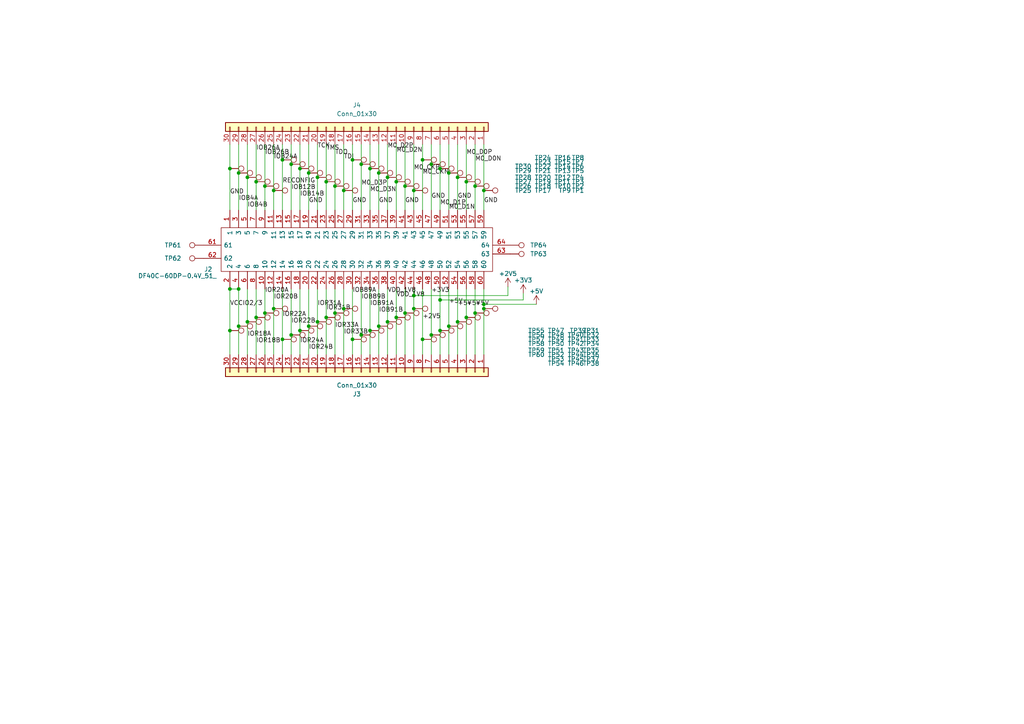
<source format=kicad_sch>
(kicad_sch (version 20230121) (generator eeschema)
  (paper "A4")
  (lib_symbols
    (symbol "Connector:TestPoint" (pin_numbers hide) (pin_names (offset 0.762) hide)
      (property "Reference" "TP" (at 0 6.858 0))
      (property "Value" "TestPoint" (at 0 5.08 0))
      (symbol "TestPoint_0_1"
        (circle (center 0 3.302) (radius 0.762))
      )
      (symbol "TestPoint_1_1"
        (pin passive line (at 0 0 90) (length 2.54) (name "1") (number "1"))
      )
    )
    (symbol "Connector_Generic:Conn_01x30" (pin_names (offset 1.016) hide)
      (property "Reference" "J" (at 0 38.1 0))
      (property "Value" "Conn_01x30" (at 0 -40.64 0))
      (symbol "Conn_01x30_1_1"
        (rectangle (start -1.27 -37.973) (end 0 -38.227) (stroke (width 0.1524)))
        (rectangle (start -1.27 -35.433) (end 0 -35.687) (stroke (width 0.1524)))
        (rectangle (start -1.27 -32.893) (end 0 -33.147) (stroke (width 0.1524)))
        (rectangle (start -1.27 -30.353) (end 0 -30.607) (stroke (width 0.1524)))
        (rectangle (start -1.27 -27.813) (end 0 -28.067) (stroke (width 0.1524)))
        (rectangle (start -1.27 -25.273) (end 0 -25.527) (stroke (width 0.1524)))
        (rectangle (start -1.27 -22.733) (end 0 -22.987) (stroke (width 0.1524)))
        (rectangle (start -1.27 -20.193) (end 0 -20.447) (stroke (width 0.1524)))
        (rectangle (start -1.27 -17.653) (end 0 -17.907) (stroke (width 0.1524)))
        (rectangle (start -1.27 -15.113) (end 0 -15.367) (stroke (width 0.1524)))
        (rectangle (start -1.27 -12.573) (end 0 -12.827) (stroke (width 0.1524)))
        (rectangle (start -1.27 -10.033) (end 0 -10.287) (stroke (width 0.1524)))
        (rectangle (start -1.27 -7.493) (end 0 -7.747) (stroke (width 0.1524)))
        (rectangle (start -1.27 -4.953) (end 0 -5.207) (stroke (width 0.1524)))
        (rectangle (start -1.27 -2.413) (end 0 -2.667) (stroke (width 0.1524)))
        (rectangle (start -1.27 0.127) (end 0 -0.127) (stroke (width 0.1524)))
        (rectangle (start -1.27 2.667) (end 0 2.413) (stroke (width 0.1524)))
        (rectangle (start -1.27 5.207) (end 0 4.953) (stroke (width 0.1524)))
        (rectangle (start -1.27 7.747) (end 0 7.493) (stroke (width 0.1524)))
        (rectangle (start -1.27 10.287) (end 0 10.033) (stroke (width 0.1524)))
        (rectangle (start -1.27 12.827) (end 0 12.573) (stroke (width 0.1524)))
        (rectangle (start -1.27 15.367) (end 0 15.113) (stroke (width 0.1524)))
        (rectangle (start -1.27 17.907) (end 0 17.653) (stroke (width 0.1524)))
        (rectangle (start -1.27 20.447) (end 0 20.193) (stroke (width 0.1524)))
        (rectangle (start -1.27 22.987) (end 0 22.733) (stroke (width 0.1524)))
        (rectangle (start -1.27 25.527) (end 0 25.273) (stroke (width 0.1524)))
        (rectangle (start -1.27 28.067) (end 0 27.813) (stroke (width 0.1524)))
        (rectangle (start -1.27 30.607) (end 0 30.353) (stroke (width 0.1524)))
        (rectangle (start -1.27 33.147) (end 0 32.893) (stroke (width 0.1524)))
        (rectangle (start -1.27 35.687) (end 0 35.433) (stroke (width 0.1524)))
        (rectangle (start -1.27 36.83) (end 1.27 -39.37) (stroke (width 0.254)) (fill (type background)))
        (pin passive line (at -5.08 35.56 0) (length 3.81) (name "Pin_1") (number "1"))
        (pin passive line (at -5.08 12.7 0) (length 3.81) (name "Pin_10") (number "10"))
        (pin passive line (at -5.08 10.16 0) (length 3.81) (name "Pin_11") (number "11"))
        (pin passive line (at -5.08 7.62 0) (length 3.81) (name "Pin_12") (number "12"))
        (pin passive line (at -5.08 5.08 0) (length 3.81) (name "Pin_13") (number "13"))
        (pin passive line (at -5.08 2.54 0) (length 3.81) (name "Pin_14") (number "14"))
        (pin passive line (at -5.08 0 0) (length 3.81) (name "Pin_15") (number "15"))
        (pin passive line (at -5.08 -2.54 0) (length 3.81) (name "Pin_16") (number "16"))
        (pin passive line (at -5.08 -5.08 0) (length 3.81) (name "Pin_17") (number "17"))
        (pin passive line (at -5.08 -7.62 0) (length 3.81) (name "Pin_18") (number "18"))
        (pin passive line (at -5.08 -10.16 0) (length 3.81) (name "Pin_19") (number "19"))
        (pin passive line (at -5.08 33.02 0) (length 3.81) (name "Pin_2") (number "2"))
        (pin passive line (at -5.08 -12.7 0) (length 3.81) (name "Pin_20") (number "20"))
        (pin passive line (at -5.08 -15.24 0) (length 3.81) (name "Pin_21") (number "21"))
        (pin passive line (at -5.08 -17.78 0) (length 3.81) (name "Pin_22") (number "22"))
        (pin passive line (at -5.08 -20.32 0) (length 3.81) (name "Pin_23") (number "23"))
        (pin passive line (at -5.08 -22.86 0) (length 3.81) (name "Pin_24") (number "24"))
        (pin passive line (at -5.08 -25.4 0) (length 3.81) (name "Pin_25") (number "25"))
        (pin passive line (at -5.08 -27.94 0) (length 3.81) (name "Pin_26") (number "26"))
        (pin passive line (at -5.08 -30.48 0) (length 3.81) (name "Pin_27") (number "27"))
        (pin passive line (at -5.08 -33.02 0) (length 3.81) (name "Pin_28") (number "28"))
        (pin passive line (at -5.08 -35.56 0) (length 3.81) (name "Pin_29") (number "29"))
        (pin passive line (at -5.08 30.48 0) (length 3.81) (name "Pin_3") (number "3"))
        (pin passive line (at -5.08 -38.1 0) (length 3.81) (name "Pin_30") (number "30"))
        (pin passive line (at -5.08 27.94 0) (length 3.81) (name "Pin_4") (number "4"))
        (pin passive line (at -5.08 25.4 0) (length 3.81) (name "Pin_5") (number "5"))
        (pin passive line (at -5.08 22.86 0) (length 3.81) (name "Pin_6") (number "6"))
        (pin passive line (at -5.08 20.32 0) (length 3.81) (name "Pin_7") (number "7"))
        (pin passive line (at -5.08 17.78 0) (length 3.81) (name "Pin_8") (number "8"))
        (pin passive line (at -5.08 15.24 0) (length 3.81) (name "Pin_9") (number "9"))
      )
    )
    (symbol "power:+2V5" (power) (pin_names (offset 0))
      (property "Value" "+2V5" (at 0 3.556 0))
      (symbol "+2V5_0_1"
        (polyline (pts (xy -0.762 1.27) (xy 0 2.54)))
        (polyline (pts (xy 0 0) (xy 0 2.54)))
        (polyline (pts (xy 0 2.54) (xy 0.762 1.27)))
      )
      (symbol "+2V5_1_1"
        (pin power_in line (at 0 0 90) (length 0) hide (name "+2V5") (number "1"))
      )
    )
    (symbol "power:+3V3" (power) (pin_names (offset 0))
      (property "Value" "+3V3" (at 0 3.556 0))
      (symbol "+3V3_0_1"
        (polyline (pts (xy -0.762 1.27) (xy 0 2.54)))
        (polyline (pts (xy 0 0) (xy 0 2.54)))
        (polyline (pts (xy 0 2.54) (xy 0.762 1.27)))
      )
      (symbol "+3V3_1_1"
        (pin power_in line (at 0 0 90) (length 0) hide (name "+3V3") (number "1"))
      )
    )
    (symbol "power:+5V" (power) (pin_names (offset 0))
      (property "Value" "+5V" (at 0 3.556 0))
      (symbol "+5V_0_1"
        (polyline (pts (xy -0.762 1.27) (xy 0 2.54)))
        (polyline (pts (xy 0 0) (xy 0 2.54)))
        (polyline (pts (xy 0 2.54) (xy 0.762 1.27)))
      )
      (symbol "+5V_1_1"
        (pin power_in line (at 0 0 90) (length 0) hide (name "+5V") (number "1"))
      )
    )
    (symbol "samacsys:DF40C-60DP-0.4V_51_" (pin_names (offset 0.762))
      (property "Reference" "J2" (at 16.51 -78.74 90))
      (property "Value" "DF40C-60DP-0.4V_51_" (at 19.05 -77.47 90))
      (symbol "DF40C-60DP-0.4V_51__0_1"
        (polyline (pts (xy 5.08 2.54) (xy 17.78 2.54) (xy 17.78 -76.2) (xy 5.08 -76.2) (xy 5.08 2.54)) (stroke (width 0.1524)))
      )
      (symbol "DF40C-60DP-0.4V_51__1_0"
        (pin passive line (at 0 -73.66 0) (length 5.08) (name "1") (number "1"))
        (pin passive line (at 22.86 -63.5 180) (length 5.08) (name "10") (number "10"))
        (pin passive line (at 0 -60.96 0) (length 5.08) (name "11") (number "11"))
        (pin passive line (at 22.86 -60.96 180) (length 5.08) (name "12") (number "12"))
        (pin passive line (at 0 -58.42 0) (length 5.08) (name "13") (number "13"))
        (pin passive line (at 22.86 -58.42 180) (length 5.08) (name "14") (number "14"))
        (pin passive line (at 0 -55.88 0) (length 5.08) (name "15") (number "15"))
        (pin passive line (at 22.86 -55.88 180) (length 5.08) (name "16") (number "16"))
        (pin passive line (at 0 -53.34 0) (length 5.08) (name "17") (number "17"))
        (pin passive line (at 22.86 -53.34 180) (length 5.08) (name "18") (number "18"))
        (pin passive line (at 0 -50.8 0) (length 5.08) (name "19") (number "19"))
        (pin passive line (at 22.86 -73.66 180) (length 5.08) (name "2") (number "2"))
        (pin passive line (at 22.86 -50.8 180) (length 5.08) (name "20") (number "20"))
        (pin passive line (at 0 -48.26 0) (length 5.08) (name "21") (number "21"))
        (pin passive line (at 22.86 -48.26 180) (length 5.08) (name "22") (number "22"))
        (pin passive line (at 0 -45.72 0) (length 5.08) (name "23") (number "23"))
        (pin passive line (at 22.86 -45.72 180) (length 5.08) (name "24") (number "24"))
        (pin passive line (at 0 -43.18 0) (length 5.08) (name "25") (number "25"))
        (pin passive line (at 22.86 -43.18 180) (length 5.08) (name "26") (number "26"))
        (pin passive line (at 0 -40.64 0) (length 5.08) (name "27") (number "27"))
        (pin passive line (at 22.86 -40.64 180) (length 5.08) (name "28") (number "28"))
        (pin passive line (at 0 -38.1 0) (length 5.08) (name "29") (number "29"))
        (pin passive line (at 0 -71.12 0) (length 5.08) (name "3") (number "3"))
        (pin passive line (at 22.86 -38.1 180) (length 5.08) (name "30") (number "30"))
        (pin passive line (at 0 -35.56 0) (length 5.08) (name "31") (number "31"))
        (pin passive line (at 22.86 -35.56 180) (length 5.08) (name "32") (number "32"))
        (pin passive line (at 0 -33.02 0) (length 5.08) (name "33") (number "33"))
        (pin passive line (at 22.86 -33.02 180) (length 5.08) (name "34") (number "34"))
        (pin passive line (at 0 -30.48 0) (length 5.08) (name "35") (number "35"))
        (pin passive line (at 22.86 -30.48 180) (length 5.08) (name "36") (number "36"))
        (pin passive line (at 0 -27.94 0) (length 5.08) (name "37") (number "37"))
        (pin passive line (at 22.86 -27.94 180) (length 5.08) (name "38") (number "38"))
        (pin passive line (at 0 -25.4 0) (length 5.08) (name "39") (number "39"))
        (pin passive line (at 22.86 -71.12 180) (length 5.08) (name "4") (number "4"))
        (pin passive line (at 22.86 -25.4 180) (length 5.08) (name "40") (number "40"))
        (pin passive line (at 0 -22.86 0) (length 5.08) (name "41") (number "41"))
        (pin passive line (at 22.86 -22.86 180) (length 5.08) (name "42") (number "42"))
        (pin passive line (at 0 -20.32 0) (length 5.08) (name "43") (number "43"))
        (pin passive line (at 22.86 -20.32 180) (length 5.08) (name "44") (number "44"))
        (pin passive line (at 0 -17.78 0) (length 5.08) (name "45") (number "45"))
        (pin passive line (at 22.86 -17.78 180) (length 5.08) (name "46") (number "46"))
        (pin passive line (at 0 -15.24 0) (length 5.08) (name "47") (number "47"))
        (pin passive line (at 22.86 -15.24 180) (length 5.08) (name "48") (number "48"))
        (pin passive line (at 0 -12.7 0) (length 5.08) (name "49") (number "49"))
        (pin passive line (at 0 -68.58 0) (length 5.08) (name "5") (number "5"))
        (pin passive line (at 22.86 -12.7 180) (length 5.08) (name "50") (number "50"))
        (pin passive line (at 0 -10.16 0) (length 5.08) (name "51") (number "51"))
        (pin passive line (at 22.86 -10.16 180) (length 5.08) (name "52") (number "52"))
        (pin passive line (at 0 -7.62 0) (length 5.08) (name "53") (number "53"))
        (pin passive line (at 22.86 -7.62 180) (length 5.08) (name "54") (number "54"))
        (pin passive line (at 0 -5.08 0) (length 5.08) (name "55") (number "55"))
        (pin passive line (at 22.86 -5.08 180) (length 5.08) (name "56") (number "56"))
        (pin passive line (at 0 -2.54 0) (length 5.08) (name "57") (number "57"))
        (pin passive line (at 22.86 -2.54 180) (length 5.08) (name "58") (number "58"))
        (pin passive line (at 0 0 0) (length 5.08) (name "59") (number "59"))
        (pin passive line (at 22.86 -68.58 180) (length 5.08) (name "6") (number "6"))
        (pin passive line (at 22.86 0 180) (length 5.08) (name "60") (number "60"))
        (pin passive line (at 10.16 -81.28 90) (length 5.08) (name "61") (number "61"))
        (pin passive line (at 13.97 -81.28 90) (length 5.08) (name "62") (number "62"))
        (pin passive line (at 12.7 7.62 270) (length 5.08) (name "63") (number "63"))
        (pin passive line (at 10.16 7.62 270) (length 5.08) (name "64") (number "64"))
        (pin passive line (at 0 -66.04 0) (length 5.08) (name "7") (number "7"))
        (pin passive line (at 22.86 -66.04 180) (length 5.08) (name "8") (number "8"))
        (pin passive line (at 0 -63.5 0) (length 5.08) (name "9") (number "9"))
      )
    )
  )
  (junction (at 66.675 95.885))
  (junction (at 127.635 48.895))
  (junction (at 102.235 98.425))
  (junction (at 71.755 93.345))
  (junction (at 97.155 90.805))
  (junction (at 99.695 89.535))
  (junction (at 132.715 93.345))
  (junction (at 107.315 48.895))
  (junction (at 94.615 92.075))
  (junction (at 86.995 95.885))
  (junction (at 137.795 90.805))
  (junction (at 66.675 48.895))
  (junction (at 125.095 97.155))
  (junction (at 71.755 51.435))
  (junction (at 109.855 94.615))
  (junction (at 92.075 51.435))
  (junction (at 137.795 53.975))
  (junction (at 79.375 55.245))
  (junction (at 127.635 95.885))
  (junction (at 107.315 95.885))
  (junction (at 86.995 48.895))
  (junction (at 104.775 47.625))
  (junction (at 135.255 52.705))
  (junction (at 79.375 89.535))
  (junction (at 84.455 47.625))
  (junction (at 69.215 94.615))
  (junction (at 122.555 46.355))
  (junction (at 102.235 46.355))
  (junction (at 97.155 53.975))
  (junction (at 114.935 52.705))
  (junction (at 81.915 98.425))
  (junction (at 89.535 94.615))
  (junction (at 99.695 55.245))
  (junction (at 130.175 94.615))
  (junction (at 74.295 92.075))
  (junction (at 76.835 90.805))
  (junction (at 120.015 55.245))
  (junction (at 117.475 90.805))
  (junction (at 120.015 89.535))
  (junction (at 140.335 55.245))
  (junction (at 125.095 47.625))
  (junction (at 127.635 86.995))
  (junction (at 66.675 83.82))
  (junction (at 112.395 93.345))
  (junction (at 74.295 52.705))
  (junction (at 130.175 50.165))
  (junction (at 132.715 51.435))
  (junction (at 81.915 46.355))
  (junction (at 140.335 89.535))
  (junction (at 120.015 85.725))
  (junction (at 76.835 53.975))
  (junction (at 69.215 83.82))
  (junction (at 92.075 93.345))
  (junction (at 94.615 52.705))
  (junction (at 109.855 50.165))
  (junction (at 89.535 50.165))
  (junction (at 112.395 51.435))
  (junction (at 84.455 97.155))
  (junction (at 104.775 97.155))
  (junction (at 69.215 50.165))
  (junction (at 117.475 53.975))
  (junction (at 114.935 92.075))
  (junction (at 140.335 88.265))
  (junction (at 135.255 92.075))
  (junction (at 122.555 98.425))
  (wire (pts (xy 130.175 50.165) (xy 130.175 60.96)))
  (wire (pts (xy 117.475 41.91) (xy 117.475 53.975)))
  (wire (pts (xy 114.935 83.82) (xy 114.935 92.075)))
  (wire (pts (xy 92.075 60.96) (xy 92.075 51.435)))
  (wire (pts (xy 84.455 102.87) (xy 84.455 97.155)))
  (wire (pts (xy 94.615 41.91) (xy 94.615 52.705)))
  (wire (pts (xy 112.395 83.82) (xy 112.395 93.345)))
  (wire (pts (xy 127.635 102.87) (xy 127.635 95.885)))
  (wire (pts (xy 147.32 85.725) (xy 147.32 83.185)))
  (wire (pts (xy 76.835 102.87) (xy 76.835 90.805)))
  (wire (pts (xy 112.395 102.87) (xy 112.395 93.345)))
  (wire (pts (xy 127.635 41.91) (xy 127.635 48.895)))
  (wire (pts (xy 137.795 102.87) (xy 137.795 90.805)))
  (wire (pts (xy 94.615 83.82) (xy 94.615 92.075)))
  (wire (pts (xy 120.015 41.91) (xy 120.015 55.245)))
  (wire (pts (xy 89.535 41.91) (xy 89.535 50.165)))
  (wire (pts (xy 132.715 41.91) (xy 132.715 51.435)))
  (wire (pts (xy 120.015 102.87) (xy 120.015 89.535)))
  (wire (pts (xy 132.715 102.87) (xy 132.715 93.345)))
  (wire (pts (xy 89.535 50.165) (xy 89.535 60.96)))
  (wire (pts (xy 104.775 41.91) (xy 104.775 47.625)))
  (wire (pts (xy 125.095 102.87) (xy 125.095 97.155)))
  (wire (pts (xy 97.155 102.87) (xy 97.155 90.805)))
  (wire (pts (xy 71.755 41.91) (xy 71.755 51.435)))
  (wire (pts (xy 84.455 41.91) (xy 84.455 47.625)))
  (wire (pts (xy 117.475 53.975) (xy 117.475 60.96)))
  (wire (pts (xy 112.395 41.91) (xy 112.395 51.435)))
  (wire (pts (xy 122.555 83.82) (xy 122.555 98.425)))
  (wire (pts (xy 74.295 60.96) (xy 74.295 52.705)))
  (wire (pts (xy 114.935 41.91) (xy 114.935 52.705)))
  (wire (pts (xy 71.755 83.82) (xy 71.755 93.345)))
  (wire (pts (xy 86.995 41.91) (xy 86.995 48.895)))
  (wire (pts (xy 122.555 41.91) (xy 122.555 46.355)))
  (wire (pts (xy 135.255 83.82) (xy 135.255 92.075)))
  (wire (pts (xy 89.535 102.87) (xy 89.535 94.615)))
  (wire (pts (xy 107.315 102.87) (xy 107.315 95.885)))
  (wire (pts (xy 84.455 83.82) (xy 84.455 97.155)))
  (wire (pts (xy 69.215 83.82) (xy 69.215 94.615)))
  (wire (pts (xy 102.235 102.87) (xy 102.235 98.425)))
  (wire (pts (xy 79.375 41.91) (xy 79.375 55.245)))
  (wire (pts (xy 120.015 60.96) (xy 120.015 55.245)))
  (wire (pts (xy 114.935 102.87) (xy 114.935 92.075)))
  (wire (pts (xy 66.675 83.82) (xy 69.215 83.82)))
  (wire (pts (xy 122.555 46.355) (xy 122.555 60.96)))
  (wire (pts (xy 137.795 83.82) (xy 137.795 90.805)))
  (wire (pts (xy 109.855 102.87) (xy 109.855 94.615)))
  (wire (pts (xy 127.635 83.82) (xy 127.635 86.995)))
  (wire (pts (xy 107.315 83.82) (xy 107.315 95.885)))
  (wire (pts (xy 135.255 41.91) (xy 135.255 52.705)))
  (wire (pts (xy 94.615 60.96) (xy 94.615 52.705)))
  (wire (pts (xy 86.995 83.82) (xy 86.995 95.885)))
  (wire (pts (xy 66.675 48.895) (xy 66.675 60.96)))
  (wire (pts (xy 76.835 83.82) (xy 76.835 90.805)))
  (wire (pts (xy 84.455 47.625) (xy 84.455 60.96)))
  (wire (pts (xy 92.075 102.87) (xy 92.075 93.345)))
  (wire (pts (xy 74.295 102.87) (xy 74.295 92.075)))
  (wire (pts (xy 99.695 83.82) (xy 99.695 89.535)))
  (wire (pts (xy 127.635 86.995) (xy 151.765 86.995)))
  (wire (pts (xy 99.695 60.96) (xy 99.695 55.245)))
  (wire (pts (xy 86.995 102.87) (xy 86.995 95.885)))
  (wire (pts (xy 120.015 83.82) (xy 120.015 85.725)))
  (wire (pts (xy 112.395 60.96) (xy 112.395 51.435)))
  (wire (pts (xy 92.075 41.91) (xy 92.075 51.435)))
  (wire (pts (xy 97.155 41.91) (xy 97.155 53.975)))
  (wire (pts (xy 125.095 41.91) (xy 125.095 47.625)))
  (wire (pts (xy 140.335 83.82) (xy 140.335 88.265)))
  (wire (pts (xy 132.715 83.82) (xy 132.715 93.345)))
  (wire (pts (xy 117.475 102.87) (xy 117.475 90.805)))
  (wire (pts (xy 69.215 102.87) (xy 69.215 94.615)))
  (wire (pts (xy 125.095 60.96) (xy 125.095 47.625)))
  (wire (pts (xy 76.835 60.96) (xy 76.835 53.975)))
  (wire (pts (xy 66.675 83.82) (xy 66.675 95.885)))
  (wire (pts (xy 122.555 102.87) (xy 122.555 98.425)))
  (wire (pts (xy 97.155 60.96) (xy 97.155 53.975)))
  (wire (pts (xy 86.995 48.895) (xy 86.995 60.96)))
  (wire (pts (xy 104.775 47.625) (xy 104.775 60.96)))
  (wire (pts (xy 74.295 83.82) (xy 74.295 92.075)))
  (wire (pts (xy 81.915 41.91) (xy 81.915 46.355)))
  (wire (pts (xy 99.695 102.87) (xy 99.695 89.535)))
  (wire (pts (xy 137.795 60.96) (xy 137.795 53.975)))
  (wire (pts (xy 127.635 48.895) (xy 127.635 60.96)))
  (wire (pts (xy 130.175 83.82) (xy 130.175 94.615)))
  (wire (pts (xy 79.375 60.96) (xy 79.375 55.245)))
  (wire (pts (xy 140.335 88.265) (xy 155.575 88.265)))
  (wire (pts (xy 97.155 83.82) (xy 97.155 90.805)))
  (wire (pts (xy 71.755 102.87) (xy 71.755 93.345)))
  (wire (pts (xy 140.335 88.265) (xy 140.335 89.535)))
  (wire (pts (xy 109.855 41.91) (xy 109.855 50.165)))
  (wire (pts (xy 107.315 48.895) (xy 107.315 60.96)))
  (wire (pts (xy 120.015 85.725) (xy 147.32 85.725)))
  (wire (pts (xy 130.175 41.91) (xy 130.175 50.165)))
  (wire (pts (xy 120.015 85.725) (xy 120.015 89.535)))
  (wire (pts (xy 127.635 86.995) (xy 127.635 95.885)))
  (wire (pts (xy 66.675 102.87) (xy 66.675 95.885)))
  (wire (pts (xy 135.255 102.87) (xy 135.255 92.075)))
  (wire (pts (xy 125.095 83.82) (xy 125.095 97.155)))
  (wire (pts (xy 74.295 41.91) (xy 74.295 52.705)))
  (wire (pts (xy 137.795 41.91) (xy 137.795 53.975)))
  (wire (pts (xy 102.235 46.355) (xy 102.235 60.96)))
  (wire (pts (xy 94.615 102.87) (xy 94.615 92.075)))
  (wire (pts (xy 117.475 83.82) (xy 117.475 90.805)))
  (wire (pts (xy 140.335 102.87) (xy 140.335 89.535)))
  (wire (pts (xy 69.215 50.165) (xy 69.215 60.96)))
  (wire (pts (xy 79.375 102.87) (xy 79.375 89.535)))
  (wire (pts (xy 81.915 46.355) (xy 81.915 60.96)))
  (wire (pts (xy 102.235 41.91) (xy 102.235 46.355)))
  (wire (pts (xy 109.855 50.165) (xy 109.855 60.96)))
  (wire (pts (xy 130.175 102.87) (xy 130.175 94.615)))
  (wire (pts (xy 69.215 41.91) (xy 69.215 50.165)))
  (wire (pts (xy 140.335 55.245) (xy 140.335 60.96)))
  (wire (pts (xy 132.715 60.96) (xy 132.715 51.435)))
  (wire (pts (xy 89.535 83.82) (xy 89.535 94.615)))
  (wire (pts (xy 66.675 41.91) (xy 66.675 48.895)))
  (wire (pts (xy 76.835 41.91) (xy 76.835 53.975)))
  (wire (pts (xy 104.775 102.87) (xy 104.775 97.155)))
  (wire (pts (xy 104.775 83.82) (xy 104.775 97.155)))
  (wire (pts (xy 140.335 41.91) (xy 140.335 55.245)))
  (wire (pts (xy 107.315 41.91) (xy 107.315 48.895)))
  (wire (pts (xy 71.755 60.96) (xy 71.755 51.435)))
  (wire (pts (xy 99.695 41.91) (xy 99.695 55.245)))
  (wire (pts (xy 135.255 60.96) (xy 135.255 52.705)))
  (wire (pts (xy 92.075 83.82) (xy 92.075 93.345)))
  (wire (pts (xy 81.915 102.87) (xy 81.915 98.425)))
  (wire (pts (xy 79.375 83.82) (xy 79.375 89.535)))
  (wire (pts (xy 114.935 60.96) (xy 114.935 52.705)))
  (wire (pts (xy 109.855 83.82) (xy 109.855 94.615)))
  (wire (pts (xy 151.765 86.995) (xy 151.765 85.09)))
  (wire (pts (xy 81.915 83.82) (xy 81.915 98.425)))
  (wire (pts (xy 102.235 83.82) (xy 102.235 98.425)))
  (label "IOR20B" (at 79.375 86.995 0))
  (label "IOB89A" (at 102.235 85.09 0))
  (label "IOR24B" (at 89.535 101.6 0))
  (label "GND" (at 132.715 57.785 0))
  (label "+2V5" (at 122.555 92.71 0))
  (label "IOB26B" (at 76.835 45.085 0))
  (label "IOR33A" (at 97.155 95.25 0))
  (label "GND" (at 102.235 59.055 0))
  (label "M0_D2P" (at 112.395 43.18 0))
  (label "IOB91A" (at 107.315 88.9 0))
  (label "TMS" (at 94.615 43.815 0))
  (label "IOR22B" (at 84.455 93.98 0))
  (label "+3V3" (at 125.095 85.09 0))
  (label "IOR18A" (at 71.755 97.79 0))
  (label "TCK" (at 92.075 43.18 0))
  (label "TDO" (at 97.155 45.085 0))
  (label "IOR31A" (at 92.075 88.9 0))
  (label "IOB91B" (at 109.855 90.805 0))
  (label "GND" (at 125.095 57.785 0))
  (label "M0_CKP" (at 120.015 49.53 0))
  (label "VCCIO2{slash}3" (at 66.675 88.9 0))
  (label "GND" (at 140.335 59.055 0))
  (label "IOR24A" (at 86.995 99.695 0))
  (label "GND" (at 66.675 56.515 0))
  (label "VDD_1V8" (at 112.395 85.09 0))
  (label "RECONFIG" (at 81.915 53.34 0))
  (label "IOB4A" (at 69.215 58.42 0))
  (label "+5V" (at 135.255 88.9 0))
  (label "IOB24A" (at 79.375 46.355 0))
  (label "M0_D0N" (at 137.795 46.99 0))
  (label "GND" (at 109.855 59.055 0))
  (label "M0_D3P" (at 104.775 53.975 0))
  (label "IOB4B" (at 71.755 60.325 0))
  (label "IOR31B" (at 94.615 90.17 0))
  (label "M0_D1P" (at 127.635 59.69 0))
  (label "GND" (at 89.535 59.055 0))
  (label "IOR33B" (at 99.695 97.155 0))
  (label "M0_D1N" (at 130.175 60.96 0))
  (label "M0_D3N" (at 107.315 55.88 0))
  (label "+5V" (at 130.175 88.265 0))
  (label "TDI" (at 99.695 46.355 0))
  (label "IOR18B" (at 74.295 99.695 0))
  (label "IOB14B" (at 86.995 57.15 0))
  (label "M0_D2N" (at 114.935 44.45 0))
  (label "VDD_1V8" (at 114.935 86.36 0))
  (label "M0_CKN" (at 122.555 50.8 0))
  (label "+5V" (at 137.795 88.9 0))
  (label "IOB12B" (at 84.455 55.245 0))
  (label "+5V" (at 132.715 88.9 0))
  (label "IOB26A" (at 74.295 43.815 0))
  (label "IOR22A" (at 81.915 92.075 0))
  (label "IOB89B" (at 104.775 86.995 0))
  (label "IOR20A" (at 76.835 85.09 0))
  (label "M0_D0P" (at 135.255 45.085 0))
  (label "GND" (at 117.475 59.055 0))
  (symbol (lib_id "Connector:TestPoint") (at 89.535 94.615 270) (mirror x) (unit 1)
    (property "Reference" "TP51" (at 161.29 101.6 90))
    (property "Value" "TestPoint" (effects hide))
    (property "Footprint" "TestPoint:TestPoint_Pad_1.5x1.5mm" (effects hide))
  )
  (symbol (lib_id "Connector:TestPoint") (at 132.715 51.435 270) (unit 1)
    (property "Reference" "TP4" (at 167.64 51.435 90))
    (property "Value" "TestPoint" (effects hide))
    (property "Footprint" "TestPoint:TestPoint_Pad_1.5x1.5mm" (effects hide))
  )
  (symbol (lib_id "Connector:TestPoint") (at 71.755 93.345 270) (mirror x) (unit 1)
    (property "Reference" "TP58" (at 155.575 99.695 90))
    (property "Value" "TestPoint" (effects hide))
    (property "Footprint" "TestPoint:TestPoint_Pad_1.5x1.5mm" (effects hide))
  )
  (symbol (lib_id "Connector:TestPoint") (at 135.255 92.075 270) (mirror x) (unit 1)
    (property "Reference" "TP33" (at 171.45 98.425 90))
    (property "Value" "TestPoint" (effects hide))
    (property "Footprint" "TestPoint:TestPoint_Pad_1.5x1.5mm" (effects hide))
  )
  (symbol (lib_id "Connector:TestPoint") (at 117.475 90.805 270) (mirror x) (unit 1)
    (property "Reference" "TP40" (at 167.005 97.155 90))
    (property "Value" "TestPoint" (effects hide))
    (property "Footprint" "TestPoint:TestPoint_Pad_1.5x1.5mm" (effects hide))
  )
  (symbol (lib_id "Connector:TestPoint") (at 79.375 89.535 270) (mirror x) (unit 1)
    (property "Reference" "TP55" (at 155.575 95.885 90))
    (property "Value" "TestPoint" (effects hide))
    (property "Footprint" "TestPoint:TestPoint_Pad_1.5x1.5mm" (effects hide))
  )
  (symbol (lib_id "Connector:TestPoint") (at 120.015 55.245 270) (unit 1)
    (property "Reference" "TP9" (at 163.83 55.245 90))
    (property "Value" "TestPoint" (effects hide))
    (property "Footprint" "TestPoint:TestPoint_Pad_1.5x1.5mm" (effects hide))
  )
  (symbol (lib_id "Connector:TestPoint") (at 102.235 46.355 270) (unit 1)
    (property "Reference" "TP16" (at 163.195 45.72 90))
    (property "Value" "TestPoint" (effects hide))
    (property "Footprint" "TestPoint:TestPoint_Pad_1.5x1.5mm" (effects hide))
  )
  (symbol (lib_id "Connector:TestPoint") (at 84.455 97.155 270) (mirror x) (unit 1)
    (property "Reference" "TP53" (at 161.29 104.14 90))
    (property "Value" "TestPoint" (effects hide))
    (property "Footprint" "TestPoint:TestPoint_Pad_1.5x1.5mm" (effects hide))
  )
  (symbol (lib_id "Connector:TestPoint") (at 76.835 90.805 270) (mirror x) (unit 1)
    (property "Reference" "TP56" (at 155.575 97.155 90))
    (property "Value" "TestPoint" (effects hide))
    (property "Footprint" "TestPoint:TestPoint_Pad_1.5x1.5mm" (effects hide))
  )
  (symbol (lib_id "Connector:TestPoint") (at 107.315 48.895 270) (unit 1)
    (property "Reference" "TP14" (at 163.195 48.26 90))
    (property "Value" "TestPoint" (effects hide))
    (property "Footprint" "TestPoint:TestPoint_Pad_1.5x1.5mm" (effects hide))
  )
  (symbol (lib_id "Connector:TestPoint") (at 130.175 94.615 270) (mirror x) (unit 1)
    (property "Reference" "TP35" (at 171.45 101.6 90))
    (property "Value" "TestPoint" (effects hide))
    (property "Footprint" "TestPoint:TestPoint_Pad_1.5x1.5mm" (effects hide))
  )
  (symbol (lib_id "Connector:TestPoint") (at 104.775 47.625 270) (unit 1)
    (property "Reference" "TP15" (at 163.195 46.99 90))
    (property "Value" "TestPoint" (effects hide))
    (property "Footprint" "TestPoint:TestPoint_Pad_1.5x1.5mm" (effects hide))
  )
  (symbol (lib_id "Connector:TestPoint") (at 104.775 97.155 270) (mirror x) (unit 1)
    (property "Reference" "TP45" (at 167.005 104.14 90))
    (property "Value" "TestPoint" (effects hide))
    (property "Footprint" "TestPoint:TestPoint_Pad_1.5x1.5mm" (effects hide))
  )
  (symbol (lib_id "Connector:TestPoint") (at 94.615 52.705 270) (unit 1)
    (property "Reference" "TP19" (at 157.48 52.705 90))
    (property "Value" "TestPoint" (effects hide))
    (property "Footprint" "TestPoint:TestPoint_Pad_1.5x1.5mm" (effects hide))
  )
  (symbol (lib_id "Connector:TestPoint") (at 84.455 47.625 270) (unit 1)
    (property "Reference" "TP23" (at 157.48 46.99 90))
    (property "Value" "TestPoint" (effects hide))
    (property "Footprint" "TestPoint:TestPoint_Pad_1.5x1.5mm" (effects hide))
  )
  (symbol (lib_id "Connector:TestPoint") (at 132.715 93.345 270) (mirror x) (unit 1)
    (property "Reference" "TP34" (at 171.45 99.695 90))
    (property "Value" "TestPoint" (effects hide))
    (property "Footprint" "TestPoint:TestPoint_Pad_1.5x1.5mm" (effects hide))
  )
  (symbol (lib_id "Connector:TestPoint") (at 120.015 89.535 270) (mirror x) (unit 1)
    (property "Reference" "TP39" (at 167.64 95.885 90))
    (property "Value" "TestPoint" (effects hide))
    (property "Footprint" "TestPoint:TestPoint_Pad_1.5x1.5mm" (effects hide))
  )
  (symbol (lib_id "Connector:TestPoint") (at 122.555 46.355 270) (unit 1)
    (property "Reference" "TP8" (at 167.64 45.72 90))
    (property "Value" "TestPoint" (effects hide))
    (property "Footprint" "TestPoint:TestPoint_Pad_1.5x1.5mm" (effects hide))
  )
  (symbol (lib_id "power:+5V") (at 155.575 88.265 0) (unit 1)
    (property "Reference" "#PWR04" (effects hide))
    (property "Value" "+5V" (at 155.575 84.455 0))
  )
  (symbol (lib_id "Connector:TestPoint") (at 137.795 53.975 270) (unit 1)
    (property "Reference" "TP2" (at 167.64 53.975 90))
    (property "Value" "TestPoint" (effects hide))
    (property "Footprint" "TestPoint:TestPoint_Pad_1.5x1.5mm" (effects hide))
  )
  (symbol (lib_id "Connector:TestPoint") (at 130.175 50.165 270) (unit 1)
    (property "Reference" "TP5" (at 167.64 49.53 90))
    (property "Value" "TestPoint" (effects hide))
    (property "Footprint" "TestPoint:TestPoint_Pad_1.5x1.5mm" (effects hide))
  )
  (symbol (lib_id "Connector:TestPoint") (at 89.535 50.165 270) (unit 1)
    (property "Reference" "TP21" (at 157.48 49.53 90))
    (property "Value" "TestPoint" (effects hide))
    (property "Footprint" "TestPoint:TestPoint_Pad_1.5x1.5mm" (effects hide))
  )
  (symbol (lib_id "Connector:TestPoint") (at 102.235 98.425 270) (mirror x) (unit 1)
    (property "Reference" "TP46" (at 167.005 105.41 90))
    (property "Value" "TestPoint" (effects hide))
    (property "Footprint" "TestPoint:TestPoint_Pad_1.5x1.5mm" (effects hide))
  )
  (symbol (lib_id "Connector:TestPoint") (at 127.635 95.885 270) (mirror x) (unit 1)
    (property "Reference" "TP36" (at 171.45 102.87 90))
    (property "Value" "TestPoint" (effects hide))
    (property "Footprint" "TestPoint:TestPoint_Pad_1.5x1.5mm" (effects hide))
  )
  (symbol (lib_id "Connector:TestPoint") (at 125.095 47.625 270) (unit 1)
    (property "Reference" "TP7" (at 167.64 46.99 90))
    (property "Value" "TestPoint" (effects hide))
    (property "Footprint" "TestPoint:TestPoint_Pad_1.5x1.5mm" (effects hide))
  )
  (symbol (lib_id "Connector:TestPoint") (at 94.615 92.075 270) (mirror x) (unit 1)
    (property "Reference" "TP49" (at 161.29 98.425 90))
    (property "Value" "TestPoint" (effects hide))
    (property "Footprint" "TestPoint:TestPoint_Pad_1.5x1.5mm" (effects hide))
  )
  (symbol (lib_id "Connector:TestPoint") (at 140.335 55.245 270) (unit 1)
    (property "Reference" "TP1" (at 167.64 55.245 90))
    (property "Value" "TestPoint" (effects hide))
    (property "Footprint" "TestPoint:TestPoint_Pad_1.5x1.5mm" (effects hide))
  )
  (symbol (lib_id "Connector:TestPoint") (at 92.075 51.435 270) (unit 1)
    (property "Reference" "TP20" (at 157.48 51.435 90))
    (property "Value" "TestPoint" (effects hide))
    (property "Footprint" "TestPoint:TestPoint_Pad_1.5x1.5mm" (effects hide))
  )
  (symbol (lib_id "Connector:TestPoint") (at 76.835 53.975 270) (unit 1)
    (property "Reference" "TP26" (at 151.765 53.975 90))
    (property "Value" "TestPoint" (effects hide))
    (property "Footprint" "TestPoint:TestPoint_Pad_1.5x1.5mm" (effects hide))
  )
  (symbol (lib_id "Connector:TestPoint") (at 114.935 92.075 270) (mirror x) (unit 1)
    (property "Reference" "TP41" (at 167.005 98.425 90))
    (property "Value" "TestPoint" (effects hide))
    (property "Footprint" "TestPoint:TestPoint_Pad_1.5x1.5mm" (effects hide))
  )
  (symbol (lib_id "Connector:TestPoint") (at 81.915 98.425 270) (mirror x) (unit 1)
    (property "Reference" "TP54" (at 161.29 105.41 90))
    (property "Value" "TestPoint" (effects hide))
    (property "Footprint" "TestPoint:TestPoint_Pad_1.5x1.5mm" (effects hide))
  )
  (symbol (lib_id "Connector:TestPoint") (at 71.755 51.435 270) (unit 1)
    (property "Reference" "TP28" (at 151.765 51.435 90))
    (property "Value" "TestPoint" (effects hide))
    (property "Footprint" "TestPoint:TestPoint_Pad_1.5x1.5mm" (effects hide))
  )
  (symbol (lib_id "Connector:TestPoint") (at 69.215 50.165 270) (unit 1)
    (property "Reference" "TP29" (at 151.765 49.53 90))
    (property "Value" "TestPoint" (effects hide))
    (property "Footprint" "TestPoint:TestPoint_Pad_1.5x1.5mm" (effects hide))
  )
  (symbol (lib_id "Connector:TestPoint") (at 135.255 52.705 270) (unit 1)
    (property "Reference" "TP3" (at 167.64 52.705 90))
    (property "Value" "TestPoint" (effects hide))
    (property "Footprint" "TestPoint:TestPoint_Pad_1.5x1.5mm" (effects hide))
  )
  (symbol (lib_id "Connector:TestPoint") (at 92.075 93.345 270) (mirror x) (unit 1)
    (property "Reference" "TP50" (at 161.29 99.695 90))
    (property "Value" "TestPoint" (effects hide))
    (property "Footprint" "TestPoint:TestPoint_Pad_1.5x1.5mm" (effects hide))
  )
  (symbol (lib_id "Connector:TestPoint") (at 66.675 95.885 270) (mirror x) (unit 1)
    (property "Reference" "TP60" (at 155.575 102.87 90))
    (property "Value" "TestPoint" (effects hide))
    (property "Footprint" "TestPoint:TestPoint_Pad_1.5x1.5mm" (effects hide))
  )
  (symbol (lib_id "Connector:TestPoint") (at 59.055 74.93 90) (unit 1)
    (property "Reference" "TP62" (at 50.165 74.93 90))
    (property "Value" "TestPoint" (effects hide))
    (property "Footprint" "TestPoint:TestPoint_Pad_1.5x1.5mm" (effects hide))
  )
  (symbol (lib_id "Connector:TestPoint") (at 137.795 90.805 270) (mirror x) (unit 1)
    (property "Reference" "TP32" (at 171.45 97.155 90))
    (property "Value" "TestPoint" (effects hide))
    (property "Footprint" "TestPoint:TestPoint_Pad_1.5x1.5mm" (effects hide))
  )
  (symbol (lib_id "Connector:TestPoint") (at 122.555 98.425 270) (mirror x) (unit 1)
    (property "Reference" "TP38" (at 171.45 105.41 90))
    (property "Value" "TestPoint" (effects hide))
    (property "Footprint" "TestPoint:TestPoint_Pad_1.5x1.5mm" (effects hide))
  )
  (symbol (lib_id "Connector:TestPoint") (at 74.295 52.705 270) (unit 1)
    (property "Reference" "TP27" (at 151.765 52.705 90))
    (property "Value" "TestPoint" (effects hide))
    (property "Footprint" "TestPoint:TestPoint_Pad_1.5x1.5mm" (effects hide))
  )
  (symbol (lib_id "Connector_Generic:Conn_01x30") (at 104.775 107.95 270) (unit 1)
    (property "Reference" "J3" (at 103.505 114.3 90))
    (property "Value" "Conn_01x30" (at 103.505 111.76 90))
    (property "Footprint" "Connector_PinHeader_2.54mm:PinHeader_1x30_P2.54mm_Vertical_SMD_Pin1Left" (effects hide))
  )
  (symbol (lib_id "Connector:TestPoint") (at 86.995 95.885 270) (mirror x) (unit 1)
    (property "Reference" "TP52" (at 161.29 102.87 90))
    (property "Value" "TestPoint" (effects hide))
    (property "Footprint" "TestPoint:TestPoint_Pad_1.5x1.5mm" (effects hide))
  )
  (symbol (lib_id "Connector:TestPoint") (at 86.995 48.895 270) (unit 1)
    (property "Reference" "TP22" (at 157.48 48.26 90))
    (property "Value" "TestPoint" (effects hide))
    (property "Footprint" "TestPoint:TestPoint_Pad_1.5x1.5mm" (effects hide))
  )
  (symbol (lib_id "Connector:TestPoint") (at 117.475 53.975 270) (unit 1)
    (property "Reference" "TP10" (at 163.195 53.975 90))
    (property "Value" "TestPoint" (effects hide))
    (property "Footprint" "TestPoint:TestPoint_Pad_1.5x1.5mm" (effects hide))
  )
  (symbol (lib_id "Connector:TestPoint") (at 59.055 71.12 90) (unit 1)
    (property "Reference" "TP61" (at 50.165 71.12 90))
    (property "Value" "TestPoint" (effects hide))
    (property "Footprint" "TestPoint:TestPoint_Pad_1.5x1.5mm" (effects hide))
  )
  (symbol (lib_id "Connector:TestPoint") (at 147.955 73.66 270) (unit 1)
    (property "Reference" "TP63" (at 156.21 73.66 90))
    (property "Value" "TestPoint" (effects hide))
    (property "Footprint" "TestPoint:TestPoint_Pad_1.5x1.5mm" (effects hide))
  )
  (symbol (lib_id "Connector:TestPoint") (at 147.955 71.12 270) (unit 1)
    (property "Reference" "TP64" (at 156.21 71.12 90))
    (property "Value" "TestPoint" (effects hide))
    (property "Footprint" "TestPoint:TestPoint_Pad_1.5x1.5mm" (effects hide))
  )
  (symbol (lib_id "Connector:TestPoint") (at 66.675 48.895 270) (unit 1)
    (property "Reference" "TP30" (at 151.765 48.26 90))
    (property "Value" "TestPoint" (effects hide))
    (property "Footprint" "TestPoint:TestPoint_Pad_1.5x1.5mm" (effects hide))
  )
  (symbol (lib_id "Connector:TestPoint") (at 112.395 93.345 270) (mirror x) (unit 1)
    (property "Reference" "TP42" (at 167.005 99.695 90))
    (property "Value" "TestPoint" (effects hide))
    (property "Footprint" "TestPoint:TestPoint_Pad_1.5x1.5mm" (effects hide))
  )
  (symbol (lib_id "Connector:TestPoint") (at 99.695 89.535 270) (mirror x) (unit 1)
    (property "Reference" "TP47" (at 161.29 95.885 90))
    (property "Value" "TestPoint" (effects hide))
    (property "Footprint" "TestPoint:TestPoint_Pad_1.5x1.5mm" (effects hide))
  )
  (symbol (lib_id "samacsys:DF40C-60DP-0.4V_51_") (at 140.335 60.96 270) (unit 1)
    (property "Reference" "J2" (at 61.595 78.105 90) (effects (justify right)))
    (property "Value" "DF40C-60DP-0.4V_51_" (at 62.865 80.01 90) (effects (justify right)))
    (property "Footprint" "samacsys:DF40C-60DP-0.4V_51_" (effects hide))
    (property "Datasheet" "https://datasheet.datasheetarchive.com/originals/distributors/Datasheets-DGA17/1059795.pdf" (effects hide))
    (property "Description" "HIROSE(HRS) - DF40C-60DP-0.4V(51) - CONNECTOR, STACKING, HEADER, 60POS, 2ROW" (effects hide))
    (property "Manufacturer_Name" "Hirose" (effects hide))
    (property "Manufacturer_Part_Number" "DF40C-60DP-0.4V(51)" (effects hide))
  )
  (symbol (lib_id "power:+3V3") (at 151.765 85.09 0) (unit 1)
    (property "Reference" "#PWR03" (effects hide))
    (property "Value" "+3V3" (at 151.765 81.28 0))
  )
  (symbol (lib_id "Connector:TestPoint") (at 114.935 52.705 270) (unit 1)
    (property "Reference" "TP11" (at 163.195 52.705 90))
    (property "Value" "TestPoint" (effects hide))
    (property "Footprint" "TestPoint:TestPoint_Pad_1.5x1.5mm" (effects hide))
  )
  (symbol (lib_id "Connector:TestPoint") (at 140.335 89.535 270) (mirror x) (unit 1)
    (property "Reference" "TP31" (at 171.45 95.885 90))
    (property "Value" "TestPoint" (effects hide))
    (property "Footprint" "TestPoint:TestPoint_Pad_1.5x1.5mm" (effects hide))
  )
  (symbol (lib_id "Connector:TestPoint") (at 79.375 55.245 270) (unit 1)
    (property "Reference" "TP25" (at 151.765 55.245 90))
    (property "Value" "TestPoint" (effects hide))
    (property "Footprint" "TestPoint:TestPoint_Pad_1.5x1.5mm" (effects hide))
  )
  (symbol (lib_id "Connector:TestPoint") (at 69.215 94.615 270) (mirror x) (unit 1)
    (property "Reference" "TP59" (at 155.575 101.6 90))
    (property "Value" "TestPoint" (effects hide))
    (property "Footprint" "TestPoint:TestPoint_Pad_1.5x1.5mm" (effects hide))
  )
  (symbol (lib_id "Connector:TestPoint") (at 107.315 95.885 270) (mirror x) (unit 1)
    (property "Reference" "TP44" (at 167.005 102.87 90))
    (property "Value" "TestPoint" (effects hide))
    (property "Footprint" "TestPoint:TestPoint_Pad_1.5x1.5mm" (effects hide))
  )
  (symbol (lib_id "Connector:TestPoint") (at 127.635 48.895 270) (unit 1)
    (property "Reference" "TP6" (at 167.64 48.26 90))
    (property "Value" "TestPoint" (effects hide))
    (property "Footprint" "TestPoint:TestPoint_Pad_1.5x1.5mm" (effects hide))
  )
  (symbol (lib_id "Connector:TestPoint") (at 74.295 92.075 270) (mirror x) (unit 1)
    (property "Reference" "TP57" (at 155.575 98.425 90))
    (property "Value" "TestPoint" (effects hide))
    (property "Footprint" "TestPoint:TestPoint_Pad_1.5x1.5mm" (effects hide))
  )
  (symbol (lib_id "Connector_Generic:Conn_01x30") (at 104.775 36.83 270) (mirror x) (unit 1)
    (property "Reference" "J4" (at 103.505 30.48 90))
    (property "Value" "Conn_01x30" (at 103.505 33.02 90))
    (property "Footprint" "Connector_PinHeader_2.54mm:PinHeader_1x30_P2.54mm_Vertical_SMD_Pin1Left" (effects hide))
  )
  (symbol (lib_id "power:+2V5") (at 147.32 83.185 0) (unit 1)
    (property "Reference" "#PWR05" (effects hide))
    (property "Value" "+2V5" (at 147.32 79.375 0))
  )
  (symbol (lib_id "Connector:TestPoint") (at 97.155 53.975 270) (unit 1)
    (property "Reference" "TP18" (at 157.48 53.975 90))
    (property "Value" "TestPoint" (effects hide))
    (property "Footprint" "TestPoint:TestPoint_Pad_1.5x1.5mm" (effects hide))
  )
  (symbol (lib_id "Connector:TestPoint") (at 97.155 90.805 270) (mirror x) (unit 1)
    (property "Reference" "TP48" (at 161.29 97.155 90))
    (property "Value" "TestPoint" (effects hide))
    (property "Footprint" "TestPoint:TestPoint_Pad_1.5x1.5mm" (effects hide))
  )
  (symbol (lib_id "Connector:TestPoint") (at 125.095 97.155 270) (mirror x) (unit 1)
    (property "Reference" "TP37" (at 171.45 104.14 90))
    (property "Value" "TestPoint" (effects hide))
    (property "Footprint" "TestPoint:TestPoint_Pad_1.5x1.5mm" (effects hide))
  )
  (symbol (lib_id "Connector:TestPoint") (at 99.695 55.245 270) (unit 1)
    (property "Reference" "TP17" (at 157.48 55.245 90))
    (property "Value" "TestPoint" (effects hide))
    (property "Footprint" "TestPoint:TestPoint_Pad_1.5x1.5mm" (effects hide))
  )
  (symbol (lib_id "Connector:TestPoint") (at 112.395 51.435 270) (unit 1)
    (property "Reference" "TP12" (at 163.195 51.435 90))
    (property "Value" "TestPoint" (effects hide))
    (property "Footprint" "TestPoint:TestPoint_Pad_1.5x1.5mm" (effects hide))
  )
  (symbol (lib_id "Connector:TestPoint") (at 109.855 50.165 270) (unit 1)
    (property "Reference" "TP13" (at 163.195 49.53 90))
    (property "Value" "TestPoint" (effects hide))
    (property "Footprint" "TestPoint:TestPoint_Pad_1.5x1.5mm" (effects hide))
  )
  (symbol (lib_id "Connector:TestPoint") (at 109.855 94.615 270) (mirror x) (unit 1)
    (property "Reference" "TP43" (at 167.005 101.6 90))
    (property "Value" "TestPoint" (effects hide))
    (property "Footprint" "TestPoint:TestPoint_Pad_1.5x1.5mm" (effects hide))
  )
  (symbol (lib_id "Connector:TestPoint") (at 81.915 46.355 270) (unit 1)
    (property "Reference" "TP24" (at 157.48 45.72 90))
    (property "Value" "TestPoint" (effects hide))
    (property "Footprint" "TestPoint:TestPoint_Pad_1.5x1.5mm" (effects hide))
  )
)
</source>
